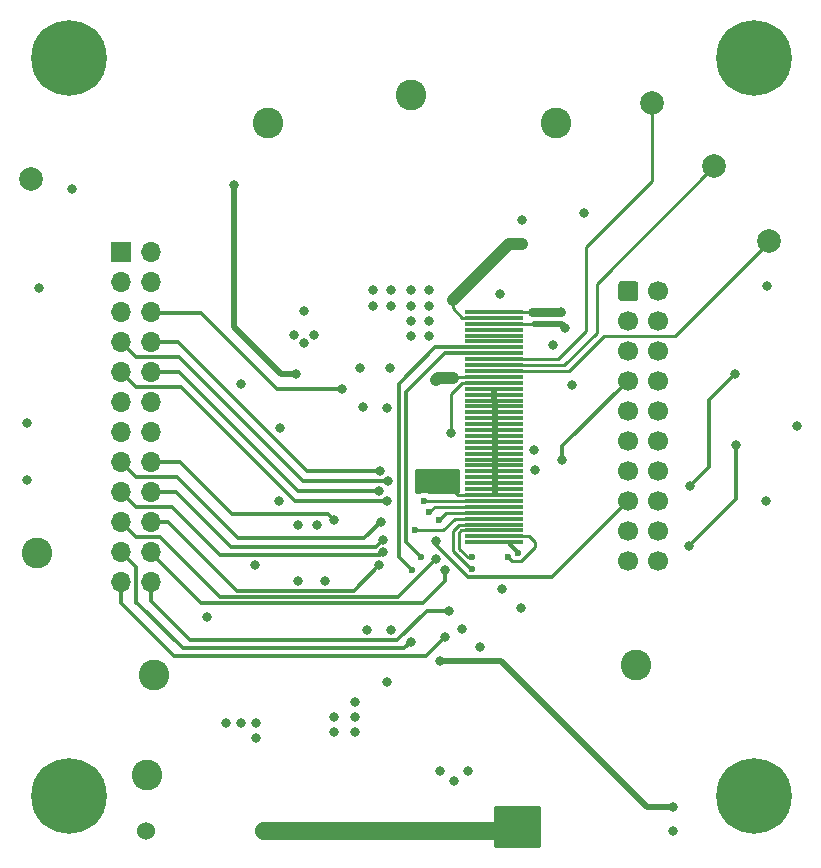
<source format=gbr>
%TF.GenerationSoftware,KiCad,Pcbnew,(5.1.10)-1*%
%TF.CreationDate,2021-12-17T12:10:03-05:00*%
%TF.ProjectId,Chess-Timer-RevA,43686573-732d-4546-996d-65722d526576,rev?*%
%TF.SameCoordinates,Original*%
%TF.FileFunction,Copper,L4,Bot*%
%TF.FilePolarity,Positive*%
%FSLAX46Y46*%
G04 Gerber Fmt 4.6, Leading zero omitted, Abs format (unit mm)*
G04 Created by KiCad (PCBNEW (5.1.10)-1) date 2021-12-17 12:10:03*
%MOMM*%
%LPD*%
G01*
G04 APERTURE LIST*
%TA.AperFunction,SMDPad,CuDef*%
%ADD10R,5.000000X0.300000*%
%TD*%
%TA.AperFunction,ComponentPad*%
%ADD11C,2.600000*%
%TD*%
%TA.AperFunction,ComponentPad*%
%ADD12C,6.400000*%
%TD*%
%TA.AperFunction,ComponentPad*%
%ADD13C,2.000000*%
%TD*%
%TA.AperFunction,ComponentPad*%
%ADD14C,1.700000*%
%TD*%
%TA.AperFunction,ComponentPad*%
%ADD15R,1.700000X1.700000*%
%TD*%
%TA.AperFunction,ComponentPad*%
%ADD16O,1.700000X1.700000*%
%TD*%
%TA.AperFunction,ComponentPad*%
%ADD17C,1.524000*%
%TD*%
%TA.AperFunction,ViaPad*%
%ADD18C,0.800000*%
%TD*%
%TA.AperFunction,ViaPad*%
%ADD19C,0.600000*%
%TD*%
%TA.AperFunction,Conductor*%
%ADD20C,0.500000*%
%TD*%
%TA.AperFunction,Conductor*%
%ADD21C,0.250000*%
%TD*%
%TA.AperFunction,Conductor*%
%ADD22C,0.750000*%
%TD*%
%TA.AperFunction,Conductor*%
%ADD23C,1.500000*%
%TD*%
%TA.AperFunction,Conductor*%
%ADD24C,0.300000*%
%TD*%
%TA.AperFunction,Conductor*%
%ADD25C,1.000000*%
%TD*%
%TA.AperFunction,Conductor*%
%ADD26C,0.254000*%
%TD*%
%TA.AperFunction,Conductor*%
%ADD27C,0.100000*%
%TD*%
G04 APERTURE END LIST*
D10*
%TO.P,U4,40*%
%TO.N,ADC_IN21*%
X42000000Y27250000D03*
%TO.P,U4,39*%
%TO.N,ADC_IN20*%
X42000000Y27750000D03*
%TO.P,U4,38*%
%TO.N,ADC_IN19*%
X42000000Y28250000D03*
%TO.P,U4,37*%
%TO.N,ADC_IN18*%
X42000000Y28750000D03*
%TO.P,U4,36*%
%TO.N,SPI_CS*%
X42000000Y29250000D03*
%TO.P,U4,35*%
%TO.N,RS*%
X42000000Y29750000D03*
%TO.P,U4,34*%
%TO.N,WR*%
X42000000Y30250000D03*
%TO.P,U4,33*%
%TO.N,RD*%
X42000000Y30750000D03*
%TO.P,U4,32*%
%TO.N,GND*%
X42000000Y31250000D03*
%TO.P,U4,31*%
X42000000Y31750000D03*
%TO.P,U4,30*%
X42000000Y32250000D03*
%TO.P,U4,29*%
X42000000Y32750000D03*
%TO.P,U4,28*%
X42000000Y33250000D03*
%TO.P,U4,27*%
X42000000Y33750000D03*
%TO.P,U4,26*%
X42000000Y34250000D03*
%TO.P,U4,25*%
X42000000Y34750000D03*
%TO.P,U4,24*%
X42000000Y35250000D03*
%TO.P,U4,23*%
X42000000Y35750000D03*
%TO.P,U4,22*%
X42000000Y36250000D03*
%TO.P,U4,21*%
X42000000Y36750000D03*
%TO.P,U4,1*%
X42000000Y46750000D03*
%TO.P,U4,2*%
%TO.N,Net-(R14-Pad1)*%
X42000000Y46250000D03*
%TO.P,U4,3*%
%TO.N,GND*%
X42000000Y45750000D03*
%TO.P,U4,4*%
%TO.N,Net-(U4-Pad4)*%
X42000000Y45250000D03*
%TO.P,U4,5*%
%TO.N,Net-(U4-Pad5)*%
X42000000Y44750000D03*
%TO.P,U4,6*%
%TO.N,Net-(U4-Pad6)*%
X42000000Y44250000D03*
%TO.P,U4,7*%
%TO.N,SPI_MOSI*%
X42000000Y43750000D03*
%TO.P,U4,8*%
%TO.N,SPI_SCLK*%
X42000000Y43250000D03*
%TO.P,U4,9*%
%TO.N,DE*%
X42000000Y42750000D03*
%TO.P,U4,10*%
%TO.N,VSYNC*%
X42000000Y42250000D03*
%TO.P,U4,11*%
%TO.N,HSYNC*%
X42000000Y41750000D03*
%TO.P,U4,12*%
%TO.N,+3V3*%
X42000000Y41250000D03*
%TO.P,U4,13*%
%TO.N,LCD_RESET*%
X42000000Y40750000D03*
%TO.P,U4,14*%
%TO.N,GND*%
X42000000Y40250000D03*
%TO.P,U4,15*%
X42000000Y39750000D03*
%TO.P,U4,16*%
X42000000Y39250000D03*
%TO.P,U4,17*%
X42000000Y38750000D03*
%TO.P,U4,18*%
X42000000Y38250000D03*
%TO.P,U4,19*%
X42000000Y37750000D03*
%TO.P,U4,20*%
X42000000Y37250000D03*
%TD*%
D11*
%TO.P,TP9,1*%
%TO.N,CHARGE_STAT*%
X13208000Y16002000D03*
%TD*%
D12*
%TO.P,MT3,1*%
%TO.N,N/C*%
X64000000Y68250000D03*
%TD*%
%TO.P,MT4,1*%
%TO.N,N/C*%
X64000000Y5750000D03*
%TD*%
%TO.P,MT1,1*%
%TO.N,N/C*%
X6000000Y5750000D03*
%TD*%
%TO.P,MT2,1*%
%TO.N,N/C*%
X6000000Y68250000D03*
%TD*%
D13*
%TO.P,H7,1*%
%TO.N,GND*%
X2794000Y58013600D03*
%TD*%
%TO.P,H3,1*%
%TO.N,HSYNC*%
X65227200Y52730400D03*
%TD*%
%TO.P,H2,1*%
%TO.N,VSYNC*%
X60604400Y59131200D03*
%TD*%
%TO.P,H1,1*%
%TO.N,DE*%
X55321200Y64414400D03*
%TD*%
%TO.P,J2,1*%
%TO.N,+3V3*%
%TA.AperFunction,ComponentPad*%
G36*
G01*
X52490000Y47914000D02*
X52490000Y49114000D01*
G75*
G02*
X52740000Y49364000I250000J0D01*
G01*
X53940000Y49364000D01*
G75*
G02*
X54190000Y49114000I0J-250000D01*
G01*
X54190000Y47914000D01*
G75*
G02*
X53940000Y47664000I-250000J0D01*
G01*
X52740000Y47664000D01*
G75*
G02*
X52490000Y47914000I0J250000D01*
G01*
G37*
%TD.AperFunction*%
D14*
%TO.P,J2,3*%
%TO.N,Net-(J2-Pad3)*%
X53340000Y45974000D03*
%TO.P,J2,5*%
%TO.N,Net-(J2-Pad5)*%
X53340000Y43434000D03*
%TO.P,J2,7*%
%TO.N,SWDIO*%
X53340000Y40894000D03*
%TO.P,J2,9*%
%TO.N,SWCLK*%
X53340000Y38354000D03*
%TO.P,J2,11*%
%TO.N,Net-(J2-Pad11)*%
X53340000Y35814000D03*
%TO.P,J2,13*%
%TO.N,SWO*%
X53340000Y33274000D03*
%TO.P,J2,15*%
%TO.N,NRST*%
X53340000Y30734000D03*
%TO.P,J2,17*%
%TO.N,Net-(J2-Pad17)*%
X53340000Y28194000D03*
%TO.P,J2,19*%
%TO.N,+5V*%
X53340000Y25654000D03*
%TO.P,J2,2*%
%TO.N,Net-(J2-Pad2)*%
X55880000Y48514000D03*
%TO.P,J2,4*%
%TO.N,GND*%
X55880000Y45974000D03*
%TO.P,J2,6*%
X55880000Y43434000D03*
%TO.P,J2,8*%
X55880000Y40894000D03*
%TO.P,J2,10*%
X55880000Y38354000D03*
%TO.P,J2,12*%
X55880000Y35814000D03*
%TO.P,J2,14*%
X55880000Y33274000D03*
%TO.P,J2,16*%
X55880000Y30734000D03*
%TO.P,J2,18*%
X55880000Y28194000D03*
%TO.P,J2,20*%
X55880000Y25654000D03*
%TD*%
D15*
%TO.P,J4,1*%
%TO.N,+3V3*%
X10414000Y51816000D03*
D16*
%TO.P,J4,2*%
X12954000Y51816000D03*
%TO.P,J4,3*%
X10414000Y49276000D03*
%TO.P,J4,4*%
X12954000Y49276000D03*
%TO.P,J4,5*%
%TO.N,Net-(J4-Pad5)*%
X10414000Y46736000D03*
%TO.P,J4,6*%
%TO.N,PB4*%
X12954000Y46736000D03*
%TO.P,J4,7*%
%TO.N,PB8*%
X10414000Y44196000D03*
%TO.P,J4,8*%
%TO.N,PB9*%
X12954000Y44196000D03*
%TO.P,J4,9*%
%TO.N,PB6*%
X10414000Y41656000D03*
%TO.P,J4,10*%
%TO.N,PB7*%
X12954000Y41656000D03*
%TO.P,J4,11*%
%TO.N,GND*%
X10414000Y39116000D03*
%TO.P,J4,12*%
X12954000Y39116000D03*
%TO.P,J4,13*%
X10414000Y36576000D03*
%TO.P,J4,14*%
X12954000Y36576000D03*
%TO.P,J4,15*%
%TO.N,PC1*%
X10414000Y34036000D03*
%TO.P,J4,16*%
%TO.N,PC0*%
X12954000Y34036000D03*
%TO.P,J4,17*%
%TO.N,PC3*%
X10414000Y31496000D03*
%TO.P,J4,18*%
%TO.N,PC2*%
X12954000Y31496000D03*
%TO.P,J4,19*%
%TO.N,PB11*%
X10414000Y28956000D03*
%TO.P,J4,20*%
%TO.N,PA0*%
X12954000Y28956000D03*
%TO.P,J4,21*%
%TO.N,PC5*%
X10414000Y26416000D03*
%TO.P,J4,22*%
%TO.N,PB10*%
X12954000Y26416000D03*
%TO.P,J4,23*%
%TO.N,PB1*%
X10414000Y23876000D03*
%TO.P,J4,24*%
%TO.N,PB2*%
X12954000Y23876000D03*
%TD*%
D11*
%TO.P,TP1,1*%
%TO.N,Net-(C1-Pad1)*%
X53962300Y16878300D03*
%TD*%
%TO.P,TP3,1*%
%TO.N,Net-(R7-Pad2)*%
X3302000Y26314400D03*
%TD*%
%TO.P,TP4,1*%
%TO.N,GND*%
X12573000Y7569200D03*
%TD*%
%TO.P,TP5,1*%
%TO.N,Net-(C3-Pad1)*%
X22860000Y62738000D03*
%TD*%
%TO.P,TP6,1*%
%TO.N,GND*%
X47200000Y62738000D03*
%TD*%
%TO.P,TP7,1*%
%TO.N,+3V3*%
X34950400Y65100200D03*
%TD*%
D17*
%TO.P,BT1,1*%
%TO.N,+BATT*%
X22526000Y2794000D03*
%TO.P,BT1,2*%
%TO.N,GND*%
X12526000Y2794000D03*
%TD*%
D18*
%TO.N,GND*%
X17627600Y20955000D03*
X26720800Y44792900D03*
X25908000Y44119800D03*
X19304000Y11938000D03*
X20574000Y11938000D03*
X21844000Y11938000D03*
X21844000Y10668000D03*
X30226000Y13716000D03*
X30226000Y12446000D03*
X30226000Y11176000D03*
X28448000Y12446000D03*
X28448000Y11176000D03*
X32867600Y15392400D03*
X30607000Y42037000D03*
X33147000Y42037000D03*
X25044400Y44767500D03*
X6263000Y57190000D03*
X23723600Y30734000D03*
X23876000Y36931600D03*
X37363400Y7924800D03*
X38557200Y7061200D03*
X39751000Y7874000D03*
X20574000Y40640000D03*
X31242000Y19812000D03*
X32893000Y38658800D03*
X25400000Y28702000D03*
X26974800Y28752800D03*
X45402500Y33401000D03*
X46990000Y43942000D03*
X38354000Y32664400D03*
X37185600Y31851600D03*
X35864800Y32715200D03*
X47599600Y46786800D03*
X48006000Y45364400D03*
X67614800Y37084000D03*
X65024000Y30734000D03*
X2438400Y32512000D03*
X2413000Y37338000D03*
X57099200Y2794000D03*
X21695493Y25302293D03*
X39268400Y19913600D03*
X40817800Y18389600D03*
X25908000Y46812200D03*
%TO.N,+BATT*%
X42824400Y4318000D03*
X44754800Y4267200D03*
X42773600Y2387600D03*
X44754800Y2387600D03*
%TO.N,NRST*%
X37033200Y27381200D03*
%TO.N,SWDIO*%
X47752000Y34226500D03*
D19*
%TO.N,RS*%
X37287200Y29133800D03*
%TO.N,WR*%
X36499800Y29819600D03*
%TO.N,RD*%
X36042600Y30759400D03*
D18*
%TO.N,PC0*%
X28448000Y29108400D03*
%TO.N,PC1*%
X32355597Y28960003D03*
%TO.N,PC2*%
X32562800Y27482800D03*
%TO.N,PC3*%
X32562800Y26416000D03*
%TO.N,PB2*%
X38125400Y21437600D03*
%TO.N,PC5*%
X34899600Y18846800D03*
%TO.N,PB4*%
X29108400Y40233600D03*
%TO.N,PB6*%
X32918400Y30710010D03*
%TO.N,PB7*%
X32258000Y31597600D03*
%TO.N,PB8*%
X32969200Y32461200D03*
%TO.N,PB9*%
X32308344Y33301338D03*
%TO.N,Net-(R9-Pad1)*%
X25196800Y41503600D03*
X19939000Y57531000D03*
%TO.N,ADC_IN8*%
X37388800Y17170400D03*
X57099200Y4809995D03*
%TO.N,Net-(R14-Pad1)*%
X44364408Y52543208D03*
D19*
%TO.N,SPI_CS*%
X35240073Y28255073D03*
%TO.N,SPI_SCLK*%
X35814000Y26035000D03*
%TO.N,SPI_MOSI*%
X35052000Y24892000D03*
%TO.N,ADC_IN18*%
X40132000Y25019000D03*
%TO.N,ADC_IN19*%
X40068500Y25971500D03*
%TO.N,ADC_IN20*%
X43116500Y26035000D03*
%TO.N,ADC_IN21*%
X44005500Y26352500D03*
D18*
%TO.N,LCD_RESET*%
X38303200Y36474400D03*
%TO.N,+3V3*%
X44221400Y21717000D03*
X42646600Y23317200D03*
X65074800Y48920400D03*
X37033200Y40995600D03*
X31750000Y48641000D03*
X33274000Y48641000D03*
X34925000Y48641000D03*
X36449000Y48641000D03*
X34925000Y47244000D03*
X36449000Y47244000D03*
X34925000Y45974000D03*
X36449000Y45974000D03*
X34925000Y44704000D03*
X36449000Y44704000D03*
X33274000Y47244000D03*
X31750000Y47244000D03*
X30861000Y38735000D03*
X45317516Y35073484D03*
X42468800Y48310800D03*
X33274000Y19812000D03*
X27686000Y23977600D03*
X25399997Y24002997D03*
X48542707Y40560493D03*
X49580800Y55118000D03*
X44332404Y54543204D03*
X3429000Y48768000D03*
%TO.N,PA12*%
X58572400Y32004000D03*
X62382400Y41503600D03*
%TO.N,TIM3_CH1*%
X62433200Y35509200D03*
X58470800Y26974800D03*
%TO.N,PB1*%
X37795200Y19227800D03*
%TO.N,PB10*%
X37795200Y24942800D03*
%TO.N,PB11*%
X37030773Y25804681D03*
%TO.N,PA0*%
X32207200Y25298400D03*
%TD*%
D20*
%TO.N,GND*%
X42000000Y39750000D02*
X42000000Y39280000D01*
X42000000Y39280000D02*
X42037000Y39243000D01*
X42037000Y39243000D02*
X42037000Y38354000D01*
X42037000Y38354000D02*
X42037000Y37719000D01*
X42037000Y37719000D02*
X42037000Y37211000D01*
X42037000Y37211000D02*
X42037000Y36830000D01*
X42037000Y36830000D02*
X42037000Y36322000D01*
X42037000Y36322000D02*
X42037000Y35687000D01*
X42037000Y35687000D02*
X42037000Y35179000D01*
X42037000Y35179000D02*
X42037000Y34798000D01*
X42037000Y34798000D02*
X42037000Y34290000D01*
X42037000Y34290000D02*
X42037000Y33782000D01*
X42037000Y33782000D02*
X42037000Y33274000D01*
X42037000Y33274000D02*
X42037000Y32766000D01*
X42037000Y32766000D02*
X42037000Y32258000D01*
X42037000Y32258000D02*
X42037000Y31750000D01*
X42037000Y31750000D02*
X42037000Y31475010D01*
X42000000Y39750000D02*
X42000000Y40024999D01*
D21*
X38955600Y31250000D02*
X38608000Y31597600D01*
X42000000Y31250000D02*
X38955600Y31250000D01*
X42000000Y45750000D02*
X45385200Y45750000D01*
D20*
X48006000Y45466000D02*
X48006000Y45364400D01*
X47701200Y45770800D02*
X48006000Y45466000D01*
X45313600Y45770800D02*
X47701200Y45770800D01*
D21*
X43752800Y46750000D02*
X43738800Y46736000D01*
D22*
X45198000Y46750000D02*
X47562800Y46750000D01*
D21*
X42000000Y46750000D02*
X45198000Y46750000D01*
D22*
X47562800Y46750000D02*
X47599600Y46786800D01*
D21*
X45198000Y46750000D02*
X45756800Y46750000D01*
D23*
%TO.N,+BATT*%
X42519600Y2794000D02*
X42722800Y2997200D01*
X22526000Y2794000D02*
X42519600Y2794000D01*
D24*
%TO.N,NRST*%
X46888400Y24282400D02*
X53340000Y30734000D01*
X39801800Y24282400D02*
X46888400Y24282400D01*
X37033200Y27051000D02*
X39801800Y24282400D01*
X37033200Y27381200D02*
X37033200Y27051000D01*
%TO.N,SWDIO*%
X47752000Y35369500D02*
X47752000Y34226500D01*
X53213000Y40830500D02*
X47752000Y35369500D01*
D21*
%TO.N,RS*%
X37903400Y29750000D02*
X37287200Y29133800D01*
X42000000Y29750000D02*
X37903400Y29750000D01*
%TO.N,WR*%
X36930200Y30250000D02*
X36499800Y29819600D01*
X42000000Y30250000D02*
X36930200Y30250000D01*
%TO.N,RD*%
X36052000Y30750000D02*
X42000000Y30750000D01*
X36042600Y30759400D02*
X36052000Y30750000D01*
%TO.N,HSYNC*%
X51257200Y44704000D02*
X57302400Y44704000D01*
X57302400Y44704000D02*
X65278000Y52679600D01*
X48303200Y41750000D02*
X51257200Y44704000D01*
X42000000Y41750000D02*
X48303200Y41750000D01*
%TO.N,VSYNC*%
X50647600Y49123600D02*
X60706000Y59182000D01*
X50647600Y45008800D02*
X50647600Y49123600D01*
X47888800Y42250000D02*
X50647600Y45008800D01*
X42000000Y42250000D02*
X47888800Y42250000D01*
%TO.N,DE*%
X49784000Y52273200D02*
X55321200Y57810400D01*
X49784000Y45110400D02*
X49784000Y52273200D01*
X55321200Y57810400D02*
X55321200Y64414400D01*
X47423600Y42750000D02*
X49784000Y45110400D01*
X42000000Y42750000D02*
X47423600Y42750000D01*
D24*
%TO.N,PC0*%
X28448000Y29108400D02*
X27940000Y29616400D01*
X19812000Y29616400D02*
X15392400Y34036000D01*
X27940000Y29616400D02*
X19812000Y29616400D01*
X12954000Y34036000D02*
X15392400Y34036000D01*
%TO.N,PC1*%
X10414000Y34036000D02*
X11684000Y32766000D01*
X32355597Y28960003D02*
X30988000Y27592406D01*
X20261194Y27592406D02*
X15087600Y32766000D01*
X30988000Y27592406D02*
X20261194Y27592406D01*
X11684000Y32766000D02*
X15087600Y32766000D01*
%TO.N,PC2*%
X15036800Y31496000D02*
X12954000Y31496000D01*
X19659600Y26873200D02*
X15036800Y31496000D01*
X31953200Y26873200D02*
X19659600Y26873200D01*
X32562800Y27482800D02*
X31953200Y26873200D01*
%TO.N,PC3*%
X14668798Y30226000D02*
X18724809Y26169989D01*
X10414000Y31496000D02*
X11684000Y30226000D01*
X11684000Y30226000D02*
X14668798Y30226000D01*
X18724809Y26169989D02*
X32316789Y26169989D01*
X32316789Y26169989D02*
X32562800Y26416000D01*
%TO.N,PB2*%
X36271200Y21437600D02*
X38125400Y21437600D01*
X33782000Y18948400D02*
X36271200Y21437600D01*
X16256000Y18948400D02*
X33782000Y18948400D01*
X12954000Y22250400D02*
X16256000Y18948400D01*
X12954000Y23876000D02*
X12954000Y22250400D01*
%TO.N,PC5*%
X34340800Y18288000D02*
X34899600Y18846800D01*
X15595600Y18288000D02*
X34340800Y18288000D01*
X11734800Y22148800D02*
X15595600Y18288000D01*
X11684000Y22148800D02*
X11734800Y22148800D01*
X11684000Y25146000D02*
X11684000Y22148800D01*
X10414000Y26416000D02*
X11684000Y25146000D01*
%TO.N,PB4*%
X29108400Y40233600D02*
X23571200Y40233600D01*
X23571200Y40233600D02*
X17119600Y46685200D01*
X17119600Y46685200D02*
X12852400Y46685200D01*
%TO.N,PB6*%
X10414000Y41656000D02*
X11684000Y40386000D01*
X11684000Y40386000D02*
X15443200Y40386000D01*
X15443200Y40386000D02*
X25119190Y30710010D01*
X25119190Y30710010D02*
X32918400Y30710010D01*
%TO.N,PB7*%
X15290800Y41656000D02*
X12954000Y41656000D01*
X25349200Y31597600D02*
X15290800Y41656000D01*
X32258000Y31597600D02*
X25349200Y31597600D01*
%TO.N,PB8*%
X25755600Y32461200D02*
X32969200Y32461200D01*
X15290800Y42926000D02*
X25755600Y32461200D01*
X11684000Y42926000D02*
X15290800Y42926000D01*
X10414000Y44196000D02*
X11684000Y42926000D01*
%TO.N,PB9*%
X15240000Y44196000D02*
X12954000Y44196000D01*
X26134662Y33301338D02*
X15240000Y44196000D01*
X32308344Y33301338D02*
X26134662Y33301338D01*
D20*
%TO.N,Net-(R9-Pad1)*%
X19812000Y57531000D02*
X19812000Y57531000D01*
X23901400Y41503600D02*
X25196800Y41503600D01*
X19939000Y45466000D02*
X23901400Y41503600D01*
X19939000Y57531000D02*
X19939000Y45466000D01*
%TO.N,ADC_IN8*%
X54905405Y4809995D02*
X57099200Y4809995D01*
X42545000Y17170400D02*
X54905405Y4809995D01*
X37388800Y17170400D02*
X42545000Y17170400D01*
D21*
%TO.N,Net-(R14-Pad1)*%
X39264998Y46250000D02*
X38455600Y47059398D01*
X42000000Y46250000D02*
X39264998Y46250000D01*
X38455600Y47059398D02*
X38455600Y47802800D01*
D25*
X43196008Y52543208D02*
X44364408Y52543208D01*
X38455600Y47802800D02*
X43196008Y52543208D01*
D21*
%TO.N,SPI_CS*%
X38639412Y29250000D02*
X38639396Y29250016D01*
X42000000Y29250000D02*
X38639412Y29250000D01*
X38639412Y29250000D02*
X37644485Y28255073D01*
X37644485Y28255073D02*
X35240073Y28255073D01*
D24*
%TO.N,SPI_SCLK*%
X34544000Y27305000D02*
X35814000Y26035000D01*
X34544000Y39979600D02*
X34544000Y27305000D01*
X37814400Y43250000D02*
X34544000Y39979600D01*
X42000000Y43250000D02*
X37814400Y43250000D01*
%TO.N,SPI_MOSI*%
X33934400Y26009600D02*
X35052000Y24892000D01*
X33934400Y40690800D02*
X33934400Y26009600D01*
X36993600Y43750000D02*
X33934400Y40690800D01*
X42000000Y43750000D02*
X36993600Y43750000D01*
D21*
%TO.N,ADC_IN18*%
X40030400Y25019000D02*
X40132000Y25019000D01*
X38531800Y26517600D02*
X40030400Y25019000D01*
X38531800Y28244800D02*
X38531800Y26517600D01*
X39037008Y28750008D02*
X38531800Y28244800D01*
X42008808Y28750008D02*
X39037008Y28750008D01*
%TO.N,ADC_IN19*%
X39738300Y25971500D02*
X40068500Y25971500D01*
X39014400Y26695400D02*
X39738300Y25971500D01*
X39014400Y28064400D02*
X39014400Y26695400D01*
X39200000Y28250000D02*
X39014400Y28064400D01*
X42000000Y28250000D02*
X39200000Y28250000D01*
%TO.N,ADC_IN20*%
X43497500Y25654000D02*
X43116500Y26035000D01*
X44269002Y25654000D02*
X43497500Y25654000D01*
X45466000Y26850998D02*
X44269002Y25654000D01*
X45466000Y27241500D02*
X45466000Y26850998D01*
X44957500Y27750000D02*
X45466000Y27241500D01*
X42000000Y27750000D02*
X44957500Y27750000D01*
D24*
%TO.N,ADC_IN21*%
X44005500Y26352500D02*
X43116500Y27241500D01*
X43116500Y27241500D02*
X41973500Y27241500D01*
D21*
%TO.N,LCD_RESET*%
X38303200Y39803200D02*
X38303200Y36474400D01*
X39250000Y40750000D02*
X38303200Y39803200D01*
X42000000Y40750000D02*
X39250000Y40750000D01*
%TO.N,+3V3*%
X38506800Y41250000D02*
X38455600Y41198800D01*
X42000000Y41250000D02*
X38506800Y41250000D01*
D25*
X37236400Y41198800D02*
X38455600Y41198800D01*
X37033200Y40995600D02*
X37236400Y41198800D01*
D24*
%TO.N,PA12*%
X60198000Y39319200D02*
X62382400Y41503600D01*
X60198000Y33629600D02*
X60198000Y39319200D01*
X58572400Y32004000D02*
X60198000Y33629600D01*
%TO.N,TIM3_CH1*%
X62433200Y30937200D02*
X62433200Y35509200D01*
X58470800Y26974800D02*
X62433200Y30937200D01*
%TO.N,PB1*%
X14910799Y17652001D02*
X36219401Y17652001D01*
X10414000Y22148800D02*
X14910799Y17652001D01*
X36219401Y17652001D02*
X37795200Y19227800D01*
X10414000Y23876000D02*
X10414000Y22148800D01*
%TO.N,PB10*%
X17119600Y22098000D02*
X12903200Y26314400D01*
X37795200Y23977600D02*
X35915600Y22098000D01*
X35915600Y22098000D02*
X17119600Y22098000D01*
X37795200Y24942800D02*
X37795200Y23977600D01*
%TO.N,PB11*%
X10414000Y28956000D02*
X11684000Y27686000D01*
X18745200Y22606000D02*
X33832092Y22606000D01*
X11684000Y27686000D02*
X13665200Y27686000D01*
X13665200Y27686000D02*
X18745200Y22606000D01*
X33832092Y22606000D02*
X37030773Y25804681D01*
%TO.N,PA0*%
X14376400Y28956000D02*
X12954000Y28956000D01*
X20167600Y23164800D02*
X14376400Y28956000D01*
X30073600Y23164800D02*
X20167600Y23164800D01*
X32207200Y25298400D02*
X30073600Y23164800D01*
%TD*%
D26*
%TO.N,GND*%
X38887400Y31470600D02*
X36466773Y31470600D01*
X36434331Y31492277D01*
X36283827Y31554618D01*
X36124052Y31586400D01*
X35961148Y31586400D01*
X35801373Y31554618D01*
X35650869Y31492277D01*
X35618427Y31470600D01*
X35382200Y31470600D01*
X35382200Y33350200D01*
X38887400Y33350200D01*
X38887400Y31470600D01*
%TA.AperFunction,Conductor*%
D27*
G36*
X38887400Y31470600D02*
G01*
X36466773Y31470600D01*
X36434331Y31492277D01*
X36283827Y31554618D01*
X36124052Y31586400D01*
X35961148Y31586400D01*
X35801373Y31554618D01*
X35650869Y31492277D01*
X35618427Y31470600D01*
X35382200Y31470600D01*
X35382200Y33350200D01*
X38887400Y33350200D01*
X38887400Y31470600D01*
G37*
%TD.AperFunction*%
%TD*%
D26*
%TO.N,+BATT*%
X45745400Y1549400D02*
X42037000Y1549400D01*
X42037000Y4851400D01*
X45745400Y4851400D01*
X45745400Y1549400D01*
%TA.AperFunction,Conductor*%
D27*
G36*
X45745400Y1549400D02*
G01*
X42037000Y1549400D01*
X42037000Y4851400D01*
X45745400Y4851400D01*
X45745400Y1549400D01*
G37*
%TD.AperFunction*%
%TD*%
M02*

</source>
